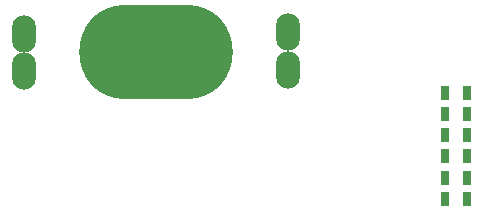
<source format=gbr>
G04 #@! TF.GenerationSoftware,KiCad,Pcbnew,(5.0.1-3-g963ef8bb5)*
G04 #@! TF.CreationDate,2019-05-10T17:55:58-07:00*
G04 #@! TF.ProjectId,ME203_Project,4D453230335F50726F6A6563742E6B69,rev?*
G04 #@! TF.SameCoordinates,Original*
G04 #@! TF.FileFunction,Paste,Bot*
G04 #@! TF.FilePolarity,Positive*
%FSLAX46Y46*%
G04 Gerber Fmt 4.6, Leading zero omitted, Abs format (unit mm)*
G04 Created by KiCad (PCBNEW (5.0.1-3-g963ef8bb5)) date Friday, May 10, 2019 at 05:55:58 PM*
%MOMM*%
%LPD*%
G01*
G04 APERTURE LIST*
%ADD10R,0.797560X1.198880*%
%ADD11O,12.999720X7.998460*%
%ADD12O,2.032000X3.175000*%
G04 APERTURE END LIST*
D10*
G04 #@! TO.C,R6*
X119550840Y-51800000D03*
X121349160Y-51800000D03*
G04 #@! TD*
G04 #@! TO.C,R5*
X121349160Y-50000000D03*
X119550840Y-50000000D03*
G04 #@! TD*
G04 #@! TO.C,R4*
X119550840Y-48200000D03*
X121349160Y-48200000D03*
G04 #@! TD*
G04 #@! TO.C,R9*
X121349160Y-57200000D03*
X119550840Y-57200000D03*
G04 #@! TD*
G04 #@! TO.C,R8*
X119550840Y-55400000D03*
X121349160Y-55400000D03*
G04 #@! TD*
G04 #@! TO.C,R7*
X121349160Y-53600000D03*
X119550840Y-53600000D03*
G04 #@! TD*
D11*
G04 #@! TO.C,BT1*
X95000000Y-44750000D03*
D12*
X83824000Y-46401000D03*
X83824000Y-43226000D03*
X106176000Y-46274000D03*
X106176000Y-43099000D03*
G04 #@! TD*
M02*

</source>
